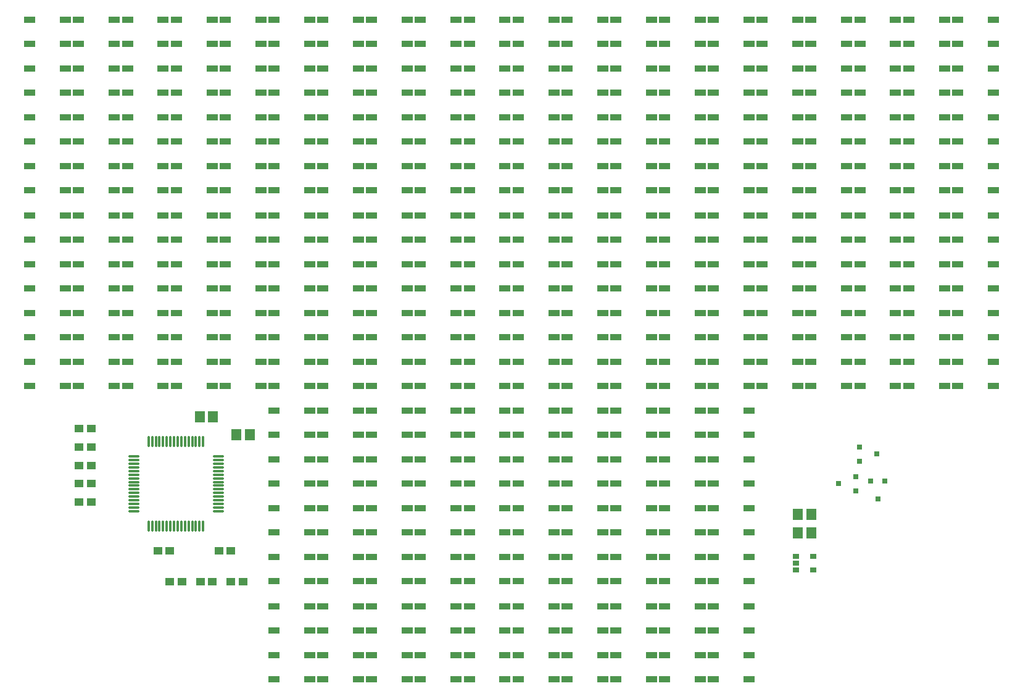
<source format=gtp>
G04*
G04 #@! TF.GenerationSoftware,Altium Limited,Altium Designer,20.1.14 (287)*
G04*
G04 Layer_Color=8421504*
%FSLAX25Y25*%
%MOIN*%
G70*
G04*
G04 #@! TF.SameCoordinates,FB09635C-FFB3-414F-8314-2C795C5734A7*
G04*
G04*
G04 #@! TF.FilePolarity,Positive*
G04*
G01*
G75*
%ADD14R,0.03543X0.02559*%
%ADD15R,0.05906X0.03543*%
%ADD16R,0.04528X0.03937*%
%ADD17O,0.06299X0.01378*%
%ADD18O,0.01378X0.06299*%
%ADD19R,0.05709X0.06102*%
%ADD20R,0.05118X0.04134*%
%ADD21R,0.03150X0.03150*%
%ADD22R,0.03150X0.03150*%
D14*
X423917Y79577D02*
D03*
Y75837D02*
D03*
Y72097D02*
D03*
X433366D02*
D03*
Y79577D02*
D03*
D15*
X379429Y26280D02*
D03*
Y13287D02*
D03*
X398721D02*
D03*
Y26280D02*
D03*
X353051D02*
D03*
Y13287D02*
D03*
X372342D02*
D03*
Y26280D02*
D03*
X326673D02*
D03*
Y13287D02*
D03*
X345965D02*
D03*
Y26280D02*
D03*
X300295D02*
D03*
Y13287D02*
D03*
X319587D02*
D03*
Y26280D02*
D03*
X273917D02*
D03*
Y13287D02*
D03*
X293209D02*
D03*
Y26280D02*
D03*
X247539D02*
D03*
Y13287D02*
D03*
X266831D02*
D03*
Y26280D02*
D03*
X221161D02*
D03*
Y13287D02*
D03*
X240453D02*
D03*
Y26280D02*
D03*
X194783D02*
D03*
Y13287D02*
D03*
X214075D02*
D03*
Y26280D02*
D03*
X168405D02*
D03*
Y13287D02*
D03*
X187697D02*
D03*
Y26280D02*
D03*
X142028D02*
D03*
Y13287D02*
D03*
X161319D02*
D03*
Y26280D02*
D03*
X379429Y52658D02*
D03*
Y39665D02*
D03*
X398721D02*
D03*
Y52658D02*
D03*
X353051D02*
D03*
Y39665D02*
D03*
X372342D02*
D03*
Y52658D02*
D03*
X326673D02*
D03*
Y39665D02*
D03*
X345965D02*
D03*
Y52658D02*
D03*
X300295D02*
D03*
Y39665D02*
D03*
X319587D02*
D03*
Y52658D02*
D03*
X273917D02*
D03*
Y39665D02*
D03*
X293209D02*
D03*
Y52658D02*
D03*
X247539D02*
D03*
Y39665D02*
D03*
X266831D02*
D03*
Y52658D02*
D03*
X221161D02*
D03*
Y39665D02*
D03*
X240453D02*
D03*
Y52658D02*
D03*
X194783D02*
D03*
Y39665D02*
D03*
X214075D02*
D03*
Y52658D02*
D03*
X168405D02*
D03*
Y39665D02*
D03*
X187697D02*
D03*
Y52658D02*
D03*
X142028D02*
D03*
Y39665D02*
D03*
X161319D02*
D03*
Y52658D02*
D03*
X379429Y79035D02*
D03*
Y66043D02*
D03*
X398721D02*
D03*
Y79035D02*
D03*
X353051D02*
D03*
Y66043D02*
D03*
X372342D02*
D03*
Y79035D02*
D03*
X326673D02*
D03*
Y66043D02*
D03*
X345965D02*
D03*
Y79035D02*
D03*
X300295D02*
D03*
Y66043D02*
D03*
X319587D02*
D03*
Y79035D02*
D03*
X273917D02*
D03*
Y66043D02*
D03*
X293209D02*
D03*
Y79035D02*
D03*
X247539D02*
D03*
Y66043D02*
D03*
X266831D02*
D03*
Y79035D02*
D03*
X221161D02*
D03*
Y66043D02*
D03*
X240453D02*
D03*
Y79035D02*
D03*
X194783D02*
D03*
Y66043D02*
D03*
X214075D02*
D03*
Y79035D02*
D03*
X168405D02*
D03*
Y66043D02*
D03*
X187697D02*
D03*
Y79035D02*
D03*
X142028D02*
D03*
Y66043D02*
D03*
X161319D02*
D03*
Y79035D02*
D03*
X379429Y105413D02*
D03*
Y92421D02*
D03*
X398721D02*
D03*
Y105413D02*
D03*
X353051D02*
D03*
Y92421D02*
D03*
X372342D02*
D03*
Y105413D02*
D03*
X326673D02*
D03*
Y92421D02*
D03*
X345965D02*
D03*
Y105413D02*
D03*
X300295D02*
D03*
Y92421D02*
D03*
X319587D02*
D03*
Y105413D02*
D03*
X273917D02*
D03*
Y92421D02*
D03*
X293209D02*
D03*
Y105413D02*
D03*
X247539D02*
D03*
Y92421D02*
D03*
X266831D02*
D03*
Y105413D02*
D03*
X221161D02*
D03*
Y92421D02*
D03*
X240453D02*
D03*
Y105413D02*
D03*
X194783D02*
D03*
Y92421D02*
D03*
X214075D02*
D03*
Y105413D02*
D03*
X168405D02*
D03*
Y92421D02*
D03*
X187697D02*
D03*
Y105413D02*
D03*
X142028D02*
D03*
Y92421D02*
D03*
X161319D02*
D03*
Y105413D02*
D03*
X379429Y131791D02*
D03*
Y118799D02*
D03*
X398721D02*
D03*
Y131791D02*
D03*
X353051D02*
D03*
Y118799D02*
D03*
X372342D02*
D03*
Y131791D02*
D03*
X326673D02*
D03*
Y118799D02*
D03*
X345965D02*
D03*
Y131791D02*
D03*
X300295D02*
D03*
Y118799D02*
D03*
X319587D02*
D03*
Y131791D02*
D03*
X273917D02*
D03*
Y118799D02*
D03*
X293209D02*
D03*
Y131791D02*
D03*
X247539D02*
D03*
Y118799D02*
D03*
X266831D02*
D03*
Y131791D02*
D03*
X221161D02*
D03*
Y118799D02*
D03*
X240453D02*
D03*
Y131791D02*
D03*
X194783D02*
D03*
Y118799D02*
D03*
X214075D02*
D03*
Y131791D02*
D03*
X168405D02*
D03*
Y118799D02*
D03*
X187697D02*
D03*
Y131791D02*
D03*
X142028D02*
D03*
Y118799D02*
D03*
X161319D02*
D03*
Y131791D02*
D03*
X379429Y158169D02*
D03*
Y145177D02*
D03*
X398721D02*
D03*
Y158169D02*
D03*
X353051D02*
D03*
Y145177D02*
D03*
X372342D02*
D03*
Y158169D02*
D03*
X326673D02*
D03*
Y145177D02*
D03*
X345965D02*
D03*
Y158169D02*
D03*
X300295D02*
D03*
Y145177D02*
D03*
X319587D02*
D03*
Y158169D02*
D03*
X273917D02*
D03*
Y145177D02*
D03*
X293209D02*
D03*
Y158169D02*
D03*
X247539D02*
D03*
Y145177D02*
D03*
X266831D02*
D03*
Y158169D02*
D03*
X221161D02*
D03*
Y145177D02*
D03*
X240453D02*
D03*
Y158169D02*
D03*
X194783D02*
D03*
Y145177D02*
D03*
X214075D02*
D03*
Y158169D02*
D03*
X168405D02*
D03*
Y145177D02*
D03*
X187697D02*
D03*
Y158169D02*
D03*
X142028D02*
D03*
Y145177D02*
D03*
X161319D02*
D03*
Y158169D02*
D03*
X511319Y184547D02*
D03*
Y171555D02*
D03*
X530610D02*
D03*
Y184547D02*
D03*
X484941D02*
D03*
Y171555D02*
D03*
X504232D02*
D03*
Y184547D02*
D03*
X458563D02*
D03*
Y171555D02*
D03*
X477854D02*
D03*
Y184547D02*
D03*
X432185D02*
D03*
Y171555D02*
D03*
X451476D02*
D03*
Y184547D02*
D03*
X405807D02*
D03*
Y171555D02*
D03*
X425098D02*
D03*
Y184547D02*
D03*
X379429D02*
D03*
Y171555D02*
D03*
X398721D02*
D03*
Y184547D02*
D03*
X353051D02*
D03*
Y171555D02*
D03*
X372342D02*
D03*
Y184547D02*
D03*
X326673D02*
D03*
Y171555D02*
D03*
X345965D02*
D03*
Y184547D02*
D03*
X300295D02*
D03*
Y171555D02*
D03*
X319587D02*
D03*
Y184547D02*
D03*
X273917D02*
D03*
Y171555D02*
D03*
X293209D02*
D03*
Y184547D02*
D03*
X247539D02*
D03*
Y171555D02*
D03*
X266831D02*
D03*
Y184547D02*
D03*
X221161D02*
D03*
Y171555D02*
D03*
X240453D02*
D03*
Y184547D02*
D03*
X194783D02*
D03*
Y171555D02*
D03*
X214075D02*
D03*
Y184547D02*
D03*
X168405D02*
D03*
Y171555D02*
D03*
X187697D02*
D03*
Y184547D02*
D03*
X142028D02*
D03*
Y171555D02*
D03*
X161319D02*
D03*
Y184547D02*
D03*
X115650D02*
D03*
Y171555D02*
D03*
X134941D02*
D03*
Y184547D02*
D03*
X89272D02*
D03*
Y171555D02*
D03*
X108563D02*
D03*
Y184547D02*
D03*
X62894D02*
D03*
Y171555D02*
D03*
X82185D02*
D03*
Y184547D02*
D03*
X36516D02*
D03*
Y171555D02*
D03*
X55807D02*
D03*
Y184547D02*
D03*
X10138D02*
D03*
Y171555D02*
D03*
X29429D02*
D03*
Y184547D02*
D03*
X511319Y210925D02*
D03*
Y197933D02*
D03*
X530610D02*
D03*
Y210925D02*
D03*
X484941D02*
D03*
Y197933D02*
D03*
X504232D02*
D03*
Y210925D02*
D03*
X458563D02*
D03*
Y197933D02*
D03*
X477854D02*
D03*
Y210925D02*
D03*
X432185D02*
D03*
Y197933D02*
D03*
X451476D02*
D03*
Y210925D02*
D03*
X405807D02*
D03*
Y197933D02*
D03*
X425098D02*
D03*
Y210925D02*
D03*
X379429D02*
D03*
Y197933D02*
D03*
X398721D02*
D03*
Y210925D02*
D03*
X353051D02*
D03*
Y197933D02*
D03*
X372342D02*
D03*
Y210925D02*
D03*
X326673D02*
D03*
Y197933D02*
D03*
X345965D02*
D03*
Y210925D02*
D03*
X300295D02*
D03*
Y197933D02*
D03*
X319587D02*
D03*
Y210925D02*
D03*
X273917D02*
D03*
Y197933D02*
D03*
X293209D02*
D03*
Y210925D02*
D03*
X247539D02*
D03*
Y197933D02*
D03*
X266831D02*
D03*
Y210925D02*
D03*
X221161D02*
D03*
Y197933D02*
D03*
X240453D02*
D03*
Y210925D02*
D03*
X194783D02*
D03*
Y197933D02*
D03*
X214075D02*
D03*
Y210925D02*
D03*
X168405D02*
D03*
Y197933D02*
D03*
X187697D02*
D03*
Y210925D02*
D03*
X142028D02*
D03*
Y197933D02*
D03*
X161319D02*
D03*
Y210925D02*
D03*
X115650D02*
D03*
Y197933D02*
D03*
X134941D02*
D03*
Y210925D02*
D03*
X89272D02*
D03*
Y197933D02*
D03*
X108563D02*
D03*
Y210925D02*
D03*
X62894D02*
D03*
Y197933D02*
D03*
X82185D02*
D03*
Y210925D02*
D03*
X36516D02*
D03*
Y197933D02*
D03*
X55807D02*
D03*
Y210925D02*
D03*
X10138D02*
D03*
Y197933D02*
D03*
X29429D02*
D03*
Y210925D02*
D03*
X511319Y237303D02*
D03*
Y224311D02*
D03*
X530610D02*
D03*
Y237303D02*
D03*
X484941D02*
D03*
Y224311D02*
D03*
X504232D02*
D03*
Y237303D02*
D03*
X458563D02*
D03*
Y224311D02*
D03*
X477854D02*
D03*
Y237303D02*
D03*
X432185D02*
D03*
Y224311D02*
D03*
X451476D02*
D03*
Y237303D02*
D03*
X405807D02*
D03*
Y224311D02*
D03*
X425098D02*
D03*
Y237303D02*
D03*
X379429D02*
D03*
Y224311D02*
D03*
X398721D02*
D03*
Y237303D02*
D03*
X353051D02*
D03*
Y224311D02*
D03*
X372342D02*
D03*
Y237303D02*
D03*
X326673D02*
D03*
Y224311D02*
D03*
X345965D02*
D03*
Y237303D02*
D03*
X300295D02*
D03*
Y224311D02*
D03*
X319587D02*
D03*
Y237303D02*
D03*
X273917D02*
D03*
Y224311D02*
D03*
X293209D02*
D03*
Y237303D02*
D03*
X247539D02*
D03*
Y224311D02*
D03*
X266831D02*
D03*
Y237303D02*
D03*
X221161D02*
D03*
Y224311D02*
D03*
X240453D02*
D03*
Y237303D02*
D03*
X194783D02*
D03*
Y224311D02*
D03*
X214075D02*
D03*
Y237303D02*
D03*
X168405D02*
D03*
Y224311D02*
D03*
X187697D02*
D03*
Y237303D02*
D03*
X142028D02*
D03*
Y224311D02*
D03*
X161319D02*
D03*
Y237303D02*
D03*
X115650D02*
D03*
Y224311D02*
D03*
X134941D02*
D03*
Y237303D02*
D03*
X89272D02*
D03*
Y224311D02*
D03*
X108563D02*
D03*
Y237303D02*
D03*
X62894D02*
D03*
Y224311D02*
D03*
X82185D02*
D03*
Y237303D02*
D03*
X36516D02*
D03*
Y224311D02*
D03*
X55807D02*
D03*
Y237303D02*
D03*
X10138D02*
D03*
Y224311D02*
D03*
X29429D02*
D03*
Y237303D02*
D03*
X511319Y263681D02*
D03*
Y250689D02*
D03*
X530610D02*
D03*
Y263681D02*
D03*
X484941D02*
D03*
Y250689D02*
D03*
X504232D02*
D03*
Y263681D02*
D03*
X458563D02*
D03*
Y250689D02*
D03*
X477854D02*
D03*
Y263681D02*
D03*
X432185D02*
D03*
Y250689D02*
D03*
X451476D02*
D03*
Y263681D02*
D03*
X405807D02*
D03*
Y250689D02*
D03*
X425098D02*
D03*
Y263681D02*
D03*
X379429D02*
D03*
Y250689D02*
D03*
X398721D02*
D03*
Y263681D02*
D03*
X353051D02*
D03*
Y250689D02*
D03*
X372342D02*
D03*
Y263681D02*
D03*
X326673D02*
D03*
Y250689D02*
D03*
X345965D02*
D03*
Y263681D02*
D03*
X300295D02*
D03*
Y250689D02*
D03*
X319587D02*
D03*
Y263681D02*
D03*
X273917D02*
D03*
Y250689D02*
D03*
X293209D02*
D03*
Y263681D02*
D03*
X247539D02*
D03*
Y250689D02*
D03*
X266831D02*
D03*
Y263681D02*
D03*
X221161D02*
D03*
Y250689D02*
D03*
X240453D02*
D03*
Y263681D02*
D03*
X194783D02*
D03*
Y250689D02*
D03*
X214075D02*
D03*
Y263681D02*
D03*
X168405D02*
D03*
Y250689D02*
D03*
X187697D02*
D03*
Y263681D02*
D03*
X142028D02*
D03*
Y250689D02*
D03*
X161319D02*
D03*
Y263681D02*
D03*
X115650D02*
D03*
Y250689D02*
D03*
X134941D02*
D03*
Y263681D02*
D03*
X89272D02*
D03*
Y250689D02*
D03*
X108563D02*
D03*
Y263681D02*
D03*
X62894D02*
D03*
Y250689D02*
D03*
X82185D02*
D03*
Y263681D02*
D03*
X36516D02*
D03*
Y250689D02*
D03*
X55807D02*
D03*
Y263681D02*
D03*
X10138D02*
D03*
Y250689D02*
D03*
X29429D02*
D03*
Y263681D02*
D03*
X511319Y290059D02*
D03*
Y277067D02*
D03*
X530610D02*
D03*
Y290059D02*
D03*
X484941D02*
D03*
Y277067D02*
D03*
X504232D02*
D03*
Y290059D02*
D03*
X458563D02*
D03*
Y277067D02*
D03*
X477854D02*
D03*
Y290059D02*
D03*
X432185D02*
D03*
Y277067D02*
D03*
X451476D02*
D03*
Y290059D02*
D03*
X405807D02*
D03*
Y277067D02*
D03*
X425098D02*
D03*
Y290059D02*
D03*
X379429D02*
D03*
Y277067D02*
D03*
X398721D02*
D03*
Y290059D02*
D03*
X353051D02*
D03*
Y277067D02*
D03*
X372342D02*
D03*
Y290059D02*
D03*
X326673D02*
D03*
Y277067D02*
D03*
X345965D02*
D03*
Y290059D02*
D03*
X300295D02*
D03*
Y277067D02*
D03*
X319587D02*
D03*
Y290059D02*
D03*
X273917D02*
D03*
Y277067D02*
D03*
X293209D02*
D03*
Y290059D02*
D03*
X247539D02*
D03*
Y277067D02*
D03*
X266831D02*
D03*
Y290059D02*
D03*
X221161D02*
D03*
Y277067D02*
D03*
X240453D02*
D03*
Y290059D02*
D03*
X194783D02*
D03*
Y277067D02*
D03*
X214075D02*
D03*
Y290059D02*
D03*
X168405D02*
D03*
Y277067D02*
D03*
X187697D02*
D03*
Y290059D02*
D03*
X142028D02*
D03*
Y277067D02*
D03*
X161319D02*
D03*
Y290059D02*
D03*
X115650D02*
D03*
Y277067D02*
D03*
X134941D02*
D03*
Y290059D02*
D03*
X89272D02*
D03*
Y277067D02*
D03*
X108563D02*
D03*
Y290059D02*
D03*
X62894D02*
D03*
Y277067D02*
D03*
X82185D02*
D03*
Y290059D02*
D03*
X36516D02*
D03*
Y277067D02*
D03*
X55807D02*
D03*
Y290059D02*
D03*
X10138D02*
D03*
Y277067D02*
D03*
X29429D02*
D03*
Y290059D02*
D03*
X511319Y316437D02*
D03*
Y303445D02*
D03*
X530610D02*
D03*
Y316437D02*
D03*
X484941D02*
D03*
Y303445D02*
D03*
X504232D02*
D03*
Y316437D02*
D03*
X458563D02*
D03*
Y303445D02*
D03*
X477854D02*
D03*
Y316437D02*
D03*
X432185D02*
D03*
Y303445D02*
D03*
X451476D02*
D03*
Y316437D02*
D03*
X405807D02*
D03*
Y303445D02*
D03*
X425098D02*
D03*
Y316437D02*
D03*
X379429D02*
D03*
Y303445D02*
D03*
X398721D02*
D03*
Y316437D02*
D03*
X353051D02*
D03*
Y303445D02*
D03*
X372342D02*
D03*
Y316437D02*
D03*
X326673D02*
D03*
Y303445D02*
D03*
X345965D02*
D03*
Y316437D02*
D03*
X300295D02*
D03*
Y303445D02*
D03*
X319587D02*
D03*
Y316437D02*
D03*
X273917D02*
D03*
Y303445D02*
D03*
X293209D02*
D03*
Y316437D02*
D03*
X247539D02*
D03*
Y303445D02*
D03*
X266831D02*
D03*
Y316437D02*
D03*
X221161D02*
D03*
Y303445D02*
D03*
X240453D02*
D03*
Y316437D02*
D03*
X194783D02*
D03*
Y303445D02*
D03*
X214075D02*
D03*
Y316437D02*
D03*
X168405D02*
D03*
Y303445D02*
D03*
X187697D02*
D03*
Y316437D02*
D03*
X142028D02*
D03*
Y303445D02*
D03*
X161319D02*
D03*
Y316437D02*
D03*
X115650D02*
D03*
Y303445D02*
D03*
X134941D02*
D03*
Y316437D02*
D03*
X89272D02*
D03*
Y303445D02*
D03*
X108563D02*
D03*
Y316437D02*
D03*
X62894D02*
D03*
Y303445D02*
D03*
X82185D02*
D03*
Y316437D02*
D03*
X36516D02*
D03*
Y303445D02*
D03*
X55807D02*
D03*
Y316437D02*
D03*
X10138D02*
D03*
Y303445D02*
D03*
X29429D02*
D03*
Y316437D02*
D03*
X511319Y342815D02*
D03*
Y329823D02*
D03*
X530610D02*
D03*
Y342815D02*
D03*
X484941D02*
D03*
Y329823D02*
D03*
X504232D02*
D03*
Y342815D02*
D03*
X458563D02*
D03*
Y329823D02*
D03*
X477854D02*
D03*
Y342815D02*
D03*
X432185D02*
D03*
Y329823D02*
D03*
X451476D02*
D03*
Y342815D02*
D03*
X405807D02*
D03*
Y329823D02*
D03*
X425098D02*
D03*
Y342815D02*
D03*
X379429D02*
D03*
Y329823D02*
D03*
X398721D02*
D03*
Y342815D02*
D03*
X353051D02*
D03*
Y329823D02*
D03*
X372342D02*
D03*
Y342815D02*
D03*
X326673D02*
D03*
Y329823D02*
D03*
X345965D02*
D03*
Y342815D02*
D03*
X300295D02*
D03*
Y329823D02*
D03*
X319587D02*
D03*
Y342815D02*
D03*
X273917D02*
D03*
Y329823D02*
D03*
X293209D02*
D03*
Y342815D02*
D03*
X247539D02*
D03*
Y329823D02*
D03*
X266831D02*
D03*
Y342815D02*
D03*
X221161D02*
D03*
Y329823D02*
D03*
X240453D02*
D03*
Y342815D02*
D03*
X194783D02*
D03*
Y329823D02*
D03*
X214075D02*
D03*
Y342815D02*
D03*
X168405D02*
D03*
Y329823D02*
D03*
X187697D02*
D03*
Y342815D02*
D03*
X142028D02*
D03*
Y329823D02*
D03*
X161319D02*
D03*
Y342815D02*
D03*
X115650D02*
D03*
Y329823D02*
D03*
X134941D02*
D03*
Y342815D02*
D03*
X89272D02*
D03*
Y329823D02*
D03*
X108563D02*
D03*
Y342815D02*
D03*
X62894D02*
D03*
Y329823D02*
D03*
X82185D02*
D03*
Y342815D02*
D03*
X36516D02*
D03*
Y329823D02*
D03*
X55807D02*
D03*
Y342815D02*
D03*
X10138D02*
D03*
Y329823D02*
D03*
X29429D02*
D03*
Y342815D02*
D03*
X511319Y369193D02*
D03*
Y356201D02*
D03*
X530610D02*
D03*
Y369193D02*
D03*
X484941D02*
D03*
Y356201D02*
D03*
X504232D02*
D03*
Y369193D02*
D03*
X458563D02*
D03*
Y356201D02*
D03*
X477854D02*
D03*
Y369193D02*
D03*
X432185D02*
D03*
Y356201D02*
D03*
X451476D02*
D03*
Y369193D02*
D03*
X405807D02*
D03*
Y356201D02*
D03*
X425098D02*
D03*
Y369193D02*
D03*
X379429D02*
D03*
Y356201D02*
D03*
X398721D02*
D03*
Y369193D02*
D03*
X353051D02*
D03*
Y356201D02*
D03*
X372342D02*
D03*
Y369193D02*
D03*
X326673D02*
D03*
Y356201D02*
D03*
X345965D02*
D03*
Y369193D02*
D03*
X300295D02*
D03*
Y356201D02*
D03*
X319587D02*
D03*
Y369193D02*
D03*
X273917D02*
D03*
Y356201D02*
D03*
X293209D02*
D03*
Y369193D02*
D03*
X247539D02*
D03*
Y356201D02*
D03*
X266831D02*
D03*
Y369193D02*
D03*
X221161D02*
D03*
Y356201D02*
D03*
X240453D02*
D03*
Y369193D02*
D03*
X194783D02*
D03*
Y356201D02*
D03*
X214075D02*
D03*
Y369193D02*
D03*
X168405D02*
D03*
Y356201D02*
D03*
X187697D02*
D03*
Y369193D02*
D03*
X142028D02*
D03*
Y356201D02*
D03*
X161319D02*
D03*
Y369193D02*
D03*
X115650D02*
D03*
Y356201D02*
D03*
X134941D02*
D03*
Y369193D02*
D03*
X89272D02*
D03*
Y356201D02*
D03*
X108563D02*
D03*
Y369193D02*
D03*
X62894D02*
D03*
Y356201D02*
D03*
X82185D02*
D03*
Y369193D02*
D03*
X36516D02*
D03*
Y356201D02*
D03*
X55807D02*
D03*
Y369193D02*
D03*
X10138D02*
D03*
Y356201D02*
D03*
X29429D02*
D03*
Y369193D02*
D03*
D16*
X43315Y128593D02*
D03*
X36819D02*
D03*
X43315Y148376D02*
D03*
X36819D02*
D03*
X43315Y138484D02*
D03*
X36819D02*
D03*
X43315Y108809D02*
D03*
X36819D02*
D03*
X43315Y118701D02*
D03*
X36819D02*
D03*
X118799Y65945D02*
D03*
X125295D02*
D03*
X102264D02*
D03*
X108760D02*
D03*
X85778D02*
D03*
X92274D02*
D03*
D17*
X66191Y133465D02*
D03*
Y131496D02*
D03*
Y129528D02*
D03*
Y127559D02*
D03*
Y125591D02*
D03*
Y123622D02*
D03*
Y121653D02*
D03*
Y119685D02*
D03*
Y117717D02*
D03*
Y115748D02*
D03*
Y113779D02*
D03*
Y111811D02*
D03*
Y109843D02*
D03*
Y107874D02*
D03*
Y105905D02*
D03*
Y103937D02*
D03*
X111860D02*
D03*
Y105905D02*
D03*
Y107874D02*
D03*
Y109843D02*
D03*
Y111811D02*
D03*
Y113779D02*
D03*
Y115748D02*
D03*
Y117717D02*
D03*
Y119685D02*
D03*
Y121653D02*
D03*
Y123622D02*
D03*
Y125591D02*
D03*
Y127559D02*
D03*
Y129528D02*
D03*
Y131496D02*
D03*
Y133465D02*
D03*
D18*
X74262Y95866D02*
D03*
X76230D02*
D03*
X78199D02*
D03*
X80167D02*
D03*
X82136D02*
D03*
X84104D02*
D03*
X86073D02*
D03*
X88041D02*
D03*
X90010D02*
D03*
X91978D02*
D03*
X93947D02*
D03*
X95915D02*
D03*
X97884D02*
D03*
X99852D02*
D03*
X101821D02*
D03*
X103789D02*
D03*
Y141535D02*
D03*
X101821D02*
D03*
X99852D02*
D03*
X97884D02*
D03*
X95915D02*
D03*
X93947D02*
D03*
X91978D02*
D03*
X90010D02*
D03*
X88041D02*
D03*
X86073D02*
D03*
X84104D02*
D03*
X82136D02*
D03*
X80167D02*
D03*
X78199D02*
D03*
X76230D02*
D03*
X74262D02*
D03*
D19*
X101870Y154971D02*
D03*
X109153D02*
D03*
X121653Y145079D02*
D03*
X128937D02*
D03*
X432283Y102215D02*
D03*
X425000D02*
D03*
Y92323D02*
D03*
X432283D02*
D03*
D20*
X118701Y82431D02*
D03*
X112402D02*
D03*
X79282D02*
D03*
X85581D02*
D03*
D21*
X468209Y110679D02*
D03*
X464468Y120128D02*
D03*
X471949D02*
D03*
D22*
X446998Y118701D02*
D03*
X456447Y122441D02*
D03*
Y114961D02*
D03*
X467766Y134744D02*
D03*
X458317Y131004D02*
D03*
Y138484D02*
D03*
M02*

</source>
